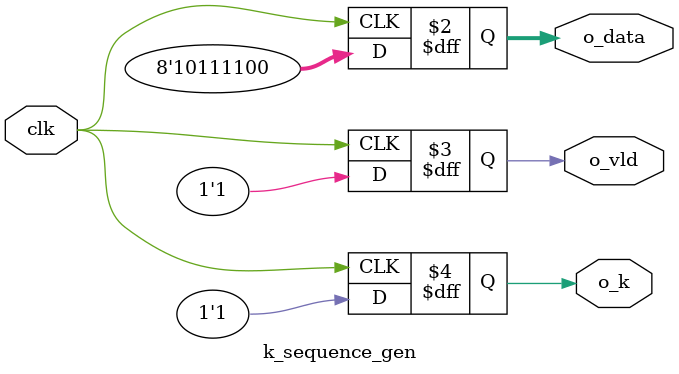
<source format=v>
module k_sequence_gen(
    input wire clk,
    output reg [7:0] o_data,
    output reg o_vld,
    output reg o_k
);

localparam [7:0] K28_5 = 8'b101_11100;

always@(posedge clk) begin
    o_data <= K28_5;
    o_vld <= 1'b1;
    o_k <= 1'b1;
end
endmodule

</source>
